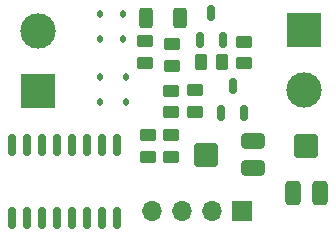
<source format=gts>
G04 #@! TF.GenerationSoftware,KiCad,Pcbnew,7.0.11+dfsg-1build4*
G04 #@! TF.CreationDate,2025-07-05T19:07:05+02:00*
G04 #@! TF.ProjectId,25487,32353438-372e-46b6-9963-61645f706362,rev?*
G04 #@! TF.SameCoordinates,Original*
G04 #@! TF.FileFunction,Soldermask,Top*
G04 #@! TF.FilePolarity,Negative*
%FSLAX46Y46*%
G04 Gerber Fmt 4.6, Leading zero omitted, Abs format (unit mm)*
G04 Created by KiCad (PCBNEW 7.0.11+dfsg-1build4) date 2025-07-05 19:07:05*
%MOMM*%
%LPD*%
G01*
G04 APERTURE LIST*
G04 Aperture macros list*
%AMRoundRect*
0 Rectangle with rounded corners*
0 $1 Rounding radius*
0 $2 $3 $4 $5 $6 $7 $8 $9 X,Y pos of 4 corners*
0 Add a 4 corners polygon primitive as box body*
4,1,4,$2,$3,$4,$5,$6,$7,$8,$9,$2,$3,0*
0 Add four circle primitives for the rounded corners*
1,1,$1+$1,$2,$3*
1,1,$1+$1,$4,$5*
1,1,$1+$1,$6,$7*
1,1,$1+$1,$8,$9*
0 Add four rect primitives between the rounded corners*
20,1,$1+$1,$2,$3,$4,$5,0*
20,1,$1+$1,$4,$5,$6,$7,0*
20,1,$1+$1,$6,$7,$8,$9,0*
20,1,$1+$1,$8,$9,$2,$3,0*%
G04 Aperture macros list end*
%ADD10RoundRect,0.250000X-0.750000X0.400000X-0.750000X-0.400000X0.750000X-0.400000X0.750000X0.400000X0*%
%ADD11RoundRect,0.250000X-0.750000X0.750000X-0.750000X-0.750000X0.750000X-0.750000X0.750000X0.750000X0*%
%ADD12R,1.700000X1.700000*%
%ADD13O,1.700000X1.700000*%
%ADD14RoundRect,0.250000X-0.450000X0.262500X-0.450000X-0.262500X0.450000X-0.262500X0.450000X0.262500X0*%
%ADD15RoundRect,0.150000X0.150000X-0.512500X0.150000X0.512500X-0.150000X0.512500X-0.150000X-0.512500X0*%
%ADD16RoundRect,0.250000X0.450000X-0.262500X0.450000X0.262500X-0.450000X0.262500X-0.450000X-0.262500X0*%
%ADD17RoundRect,0.112500X0.112500X-0.187500X0.112500X0.187500X-0.112500X0.187500X-0.112500X-0.187500X0*%
%ADD18RoundRect,0.112500X-0.112500X0.187500X-0.112500X-0.187500X0.112500X-0.187500X0.112500X0.187500X0*%
%ADD19RoundRect,0.250000X0.400000X0.750000X-0.400000X0.750000X-0.400000X-0.750000X0.400000X-0.750000X0*%
%ADD20RoundRect,0.250000X0.750000X0.750000X-0.750000X0.750000X-0.750000X-0.750000X0.750000X-0.750000X0*%
%ADD21R,3.000000X3.000000*%
%ADD22C,3.000000*%
%ADD23RoundRect,0.250000X-0.312500X-0.625000X0.312500X-0.625000X0.312500X0.625000X-0.312500X0.625000X0*%
%ADD24RoundRect,0.162500X0.162500X-0.750000X0.162500X0.750000X-0.162500X0.750000X-0.162500X-0.750000X0*%
%ADD25RoundRect,0.250000X-0.262500X-0.450000X0.262500X-0.450000X0.262500X0.450000X-0.262500X0.450000X0*%
G04 APERTURE END LIST*
D10*
X122250000Y-112100000D03*
D11*
X118250000Y-113250000D03*
D10*
X122250000Y-114400000D03*
D12*
X121300000Y-118000000D03*
D13*
X118760000Y-118000000D03*
X116220000Y-118000000D03*
X113680000Y-118000000D03*
D14*
X115300000Y-107837500D03*
X115300000Y-109662500D03*
D15*
X119550000Y-109737500D03*
X121450000Y-109737500D03*
X120500000Y-107462500D03*
D16*
X113300000Y-113412500D03*
X113300000Y-111587500D03*
D15*
X117750000Y-103537500D03*
X119650000Y-103537500D03*
X118700000Y-101262500D03*
D17*
X111500000Y-108800000D03*
X111500000Y-106700000D03*
D18*
X111200000Y-101350000D03*
X111200000Y-103450000D03*
D14*
X117300000Y-107787500D03*
X117300000Y-109612500D03*
D19*
X127900000Y-116500000D03*
D20*
X126750000Y-112500000D03*
D19*
X125600000Y-116500000D03*
D21*
X104000000Y-107830000D03*
D22*
X104000000Y-102750000D03*
D16*
X115300000Y-113412500D03*
X115300000Y-111587500D03*
D23*
X113137500Y-101700000D03*
X116062500Y-101700000D03*
D24*
X101805000Y-118587500D03*
X103075000Y-118587500D03*
X104345000Y-118587500D03*
X105615000Y-118587500D03*
X106885000Y-118587500D03*
X108155000Y-118587500D03*
X109425000Y-118587500D03*
X110695000Y-118587500D03*
X110695000Y-112412500D03*
X109425000Y-112412500D03*
X108155000Y-112412500D03*
X106885000Y-112412500D03*
X105615000Y-112412500D03*
X104345000Y-112412500D03*
X103075000Y-112412500D03*
X101805000Y-112412500D03*
D18*
X109250000Y-106700000D03*
X109250000Y-108800000D03*
D14*
X115362500Y-103887500D03*
X115362500Y-105712500D03*
D21*
X126500000Y-102710000D03*
D22*
X126500000Y-107790000D03*
D25*
X117787500Y-105400000D03*
X119612500Y-105400000D03*
D16*
X121500000Y-105512500D03*
X121500000Y-103687500D03*
D14*
X113112500Y-103637500D03*
X113112500Y-105462500D03*
D17*
X109250000Y-103450000D03*
X109250000Y-101350000D03*
M02*

</source>
